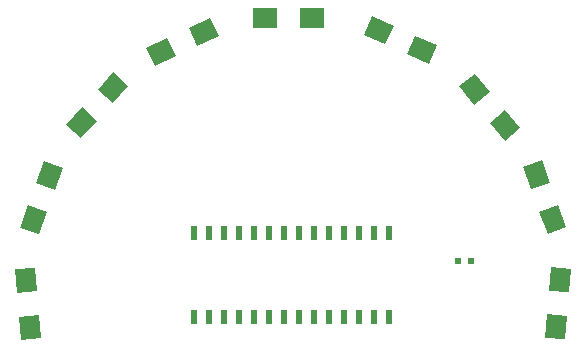
<source format=gbp>
G04 #@! TF.FileFunction,Paste,Bot*
%FSLAX46Y46*%
G04 Gerber Fmt 4.6, Leading zero omitted, Abs format (unit mm)*
G04 Created by KiCad (PCBNEW 4.0.7) date 05/31/18 00:16:50*
%MOMM*%
%LPD*%
G01*
G04 APERTURE LIST*
%ADD10C,0.100000*%
%ADD11R,0.508000X1.143000*%
%ADD12R,0.600000X0.500000*%
%ADD13R,2.000000X1.700000*%
G04 APERTURE END LIST*
D10*
D11*
X90766900Y-96024700D03*
X92036900Y-96024700D03*
X93306900Y-96024700D03*
X94576900Y-96024700D03*
X95846900Y-96024700D03*
X97116900Y-96024700D03*
X98386900Y-96024700D03*
X99656900Y-96024700D03*
X100926900Y-96024700D03*
X102196900Y-96024700D03*
X103466900Y-96024700D03*
X104736900Y-96024700D03*
X106006900Y-96024700D03*
X107276900Y-96024700D03*
X107276900Y-103136700D03*
X106006900Y-103136700D03*
X104736900Y-103136700D03*
X103466900Y-103136700D03*
X102196900Y-103136700D03*
X100926900Y-103136700D03*
X99656900Y-103136700D03*
X98386900Y-103136700D03*
X97116900Y-103136700D03*
X95846900Y-103136700D03*
X94576900Y-103136700D03*
X93306900Y-103136700D03*
X92036900Y-103136700D03*
X90766900Y-103136700D03*
D12*
X114164200Y-98450400D03*
X113064200Y-98450400D03*
D10*
G36*
X111290363Y-80148896D02*
X110598910Y-81701923D01*
X108771819Y-80888450D01*
X109463272Y-79335423D01*
X111290363Y-80148896D01*
X111290363Y-80148896D01*
G37*
G36*
X107636181Y-78521950D02*
X106944728Y-80074977D01*
X105117637Y-79261504D01*
X105809090Y-77708477D01*
X107636181Y-78521950D01*
X107636181Y-78521950D01*
G37*
G36*
X75548968Y-99142699D02*
X77242499Y-98994534D01*
X77416810Y-100986923D01*
X75723279Y-101135088D01*
X75548968Y-99142699D01*
X75548968Y-99142699D01*
G37*
G36*
X75897590Y-103127477D02*
X77591121Y-102979312D01*
X77765432Y-104971701D01*
X76071901Y-105119866D01*
X75897590Y-103127477D01*
X75897590Y-103127477D01*
G37*
G36*
X78052921Y-89955805D02*
X79650399Y-90537240D01*
X78966359Y-92416625D01*
X77368881Y-91835190D01*
X78052921Y-89955805D01*
X78052921Y-89955805D01*
G37*
G36*
X76684841Y-93714575D02*
X78282319Y-94296010D01*
X77598279Y-96175395D01*
X76000801Y-95593960D01*
X76684841Y-93714575D01*
X76684841Y-93714575D01*
G37*
G36*
X83925719Y-82444204D02*
X85189065Y-83581726D01*
X83850803Y-85068016D01*
X82587457Y-83930494D01*
X83925719Y-82444204D01*
X83925719Y-82444204D01*
G37*
G36*
X81249197Y-85416784D02*
X82512543Y-86554306D01*
X81174281Y-88040596D01*
X79910935Y-86903074D01*
X81249197Y-85416784D01*
X81249197Y-85416784D01*
G37*
G36*
X92123298Y-77819383D02*
X92841749Y-79360106D01*
X91029134Y-80205343D01*
X90310683Y-78664620D01*
X92123298Y-77819383D01*
X92123298Y-77819383D01*
G37*
G36*
X88498066Y-79509857D02*
X89216517Y-81050580D01*
X87403902Y-81895817D01*
X86685451Y-80355094D01*
X88498066Y-79509857D01*
X88498066Y-79509857D01*
G37*
D13*
X100755200Y-77876400D03*
X96755200Y-77876400D03*
D10*
G36*
X118352700Y-87146564D02*
X117050425Y-88239303D01*
X115764850Y-86707214D01*
X117067125Y-85614475D01*
X118352700Y-87146564D01*
X118352700Y-87146564D01*
G37*
G36*
X115781550Y-84082386D02*
X114479275Y-85175125D01*
X113193700Y-83643036D01*
X114495975Y-82550297D01*
X115781550Y-84082386D01*
X115781550Y-84082386D01*
G37*
G36*
X122271599Y-95543160D02*
X120674121Y-96124595D01*
X119990081Y-94245210D01*
X121587559Y-93663775D01*
X122271599Y-95543160D01*
X122271599Y-95543160D01*
G37*
G36*
X120903519Y-91784390D02*
X119306041Y-92365825D01*
X118622001Y-90486440D01*
X120219479Y-89905005D01*
X120903519Y-91784390D01*
X120903519Y-91784390D01*
G37*
G36*
X122149699Y-105069066D02*
X120456168Y-104920901D01*
X120630479Y-102928512D01*
X122324010Y-103076677D01*
X122149699Y-105069066D01*
X122149699Y-105069066D01*
G37*
G36*
X122498321Y-101084288D02*
X120804790Y-100936123D01*
X120979101Y-98943734D01*
X122672632Y-99091899D01*
X122498321Y-101084288D01*
X122498321Y-101084288D01*
G37*
M02*

</source>
